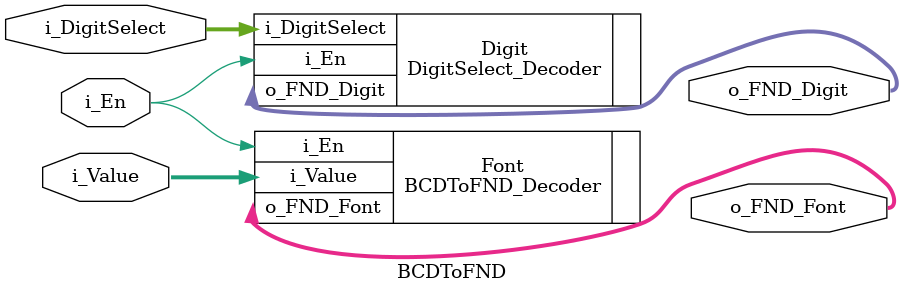
<source format=v>
`timescale 1ns / 1ps

module BCDToFND(
    input i_En,
    input [1:0] i_DigitSelect,
    input [3:0] i_Value,
    output [3:0] o_FND_Digit,
    output [7:0] o_FND_Font
    );

    DigitSelect_Decoder Digit(
        .i_En(i_En),
        .i_DigitSelect(i_DigitSelect),
        .o_FND_Digit(o_FND_Digit)
    );

    BCDToFND_Decoder Font(
        .i_En(i_En),
        .i_Value(i_Value),
        .o_FND_Font(o_FND_Font)
    );

endmodule

</source>
